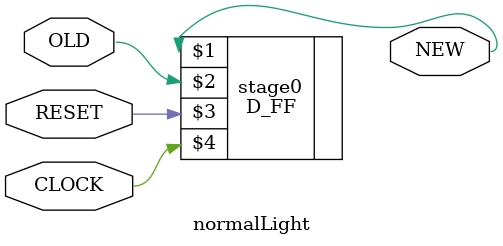
<source format=v>
module normalLight (CLOCK, RESET, OLD, NEW);

	input CLOCK, RESET;
	input OLD;
	output NEW;
	
//	wire PS;
//	reg NS;
//	
//	parameter A = 0, B = 1;
//	
//	always @ (PS)
//		case(PS)
//			A: NS = B;
//			B: NS = A;
//		endcase
//		
//	always @ (PS)
//		case (PS)
//			B: NEW = OLD;
//		endcase
		
	D_FF stage0 (NEW, OLD, RESET, CLOCK);
	
endmodule
</source>
